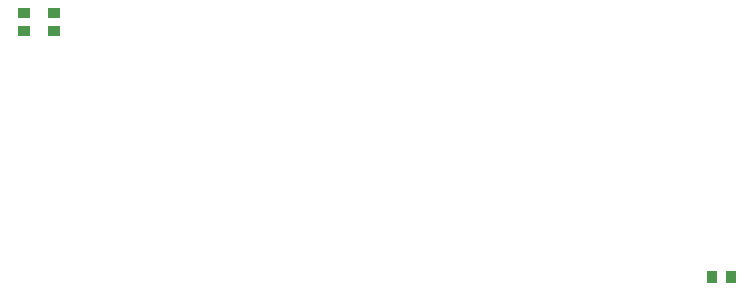
<source format=gbr>
G04 EAGLE Gerber RS-274X export*
G75*
%MOMM*%
%FSLAX34Y34*%
%LPD*%
%INSolderpaste Top*%
%IPPOS*%
%AMOC8*
5,1,8,0,0,1.08239X$1,22.5*%
G01*
%ADD10R,1.031241X0.949959*%
%ADD11R,0.949959X1.031241*%


D10*
X228600Y319151D03*
X228600Y303149D03*
X203200Y319151D03*
X203200Y303149D03*
D11*
X785749Y95250D03*
X801751Y95250D03*
M02*

</source>
